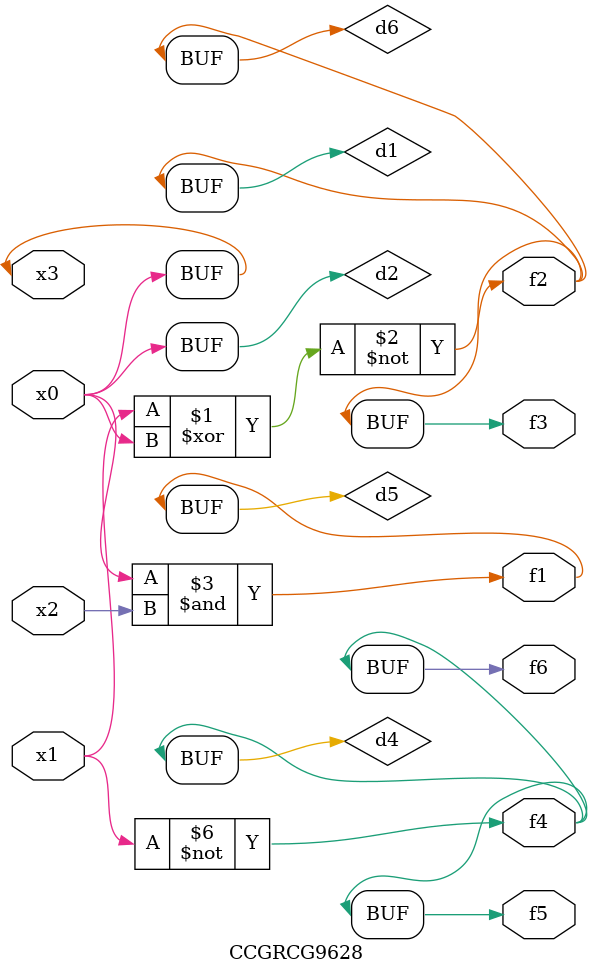
<source format=v>
module CCGRCG9628(
	input x0, x1, x2, x3,
	output f1, f2, f3, f4, f5, f6
);

	wire d1, d2, d3, d4, d5, d6;

	xnor (d1, x1, x3);
	buf (d2, x0, x3);
	nand (d3, x0, x2);
	not (d4, x1);
	nand (d5, d3);
	or (d6, d1);
	assign f1 = d5;
	assign f2 = d6;
	assign f3 = d6;
	assign f4 = d4;
	assign f5 = d4;
	assign f6 = d4;
endmodule

</source>
